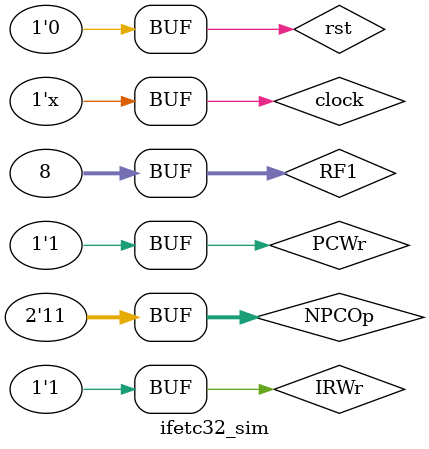
<source format=v>
`timescale 1ns / 1ps


module ifetc32_sim(

    );
    //input
    reg clock = 0;
    reg rst = 1;
	reg [1:0] NPCOp;
	reg PCWr = 0;
	reg IRWr = 0;
	reg [31:0] RF1; //RF.RD1
	//output
	wire [15:0] PC_4;
    wire [31:0] Instruction;
	//debug
	wire [15:0] PC;
	
	ifetc32 u_ifetc32(clock, rst, NPCOp, PCWr, IRWr, RF1,PC_4, Instruction, PC);
	
	always #10 clock = ~clock;
	initial begin
	   #510 begin rst = 0; NPCOp = 2'b00;end
	   #20 begin PCWr = 1'b1;IRWr = 1'b1;end
	   #200 begin rst = 1;PCWr = 1'b0;IRWr = 1'b0;end
	   #200 begin rst = 0;NPCOp = 2'b01;end
	   #20 begin PCWr = 1'b1;IRWr = 1'b1;end
	   #200 begin rst = 1;PCWr = 1'b0;IRWr = 1'b0;end
	   #200 begin rst = 0;NPCOp = 2'b10; RF1 = 32'h00000008;end
	   #20 begin PCWr = 1'b1;IRWr = 1'b1;end
	   #200 begin rst = 1;PCWr = 1'b0;IRWr = 1'b0;end
	   #200 begin rst = 0;NPCOp = 2'b11;end
	   #20 begin PCWr = 1'b1;IRWr = 1'b1;end
	end
endmodule

</source>
